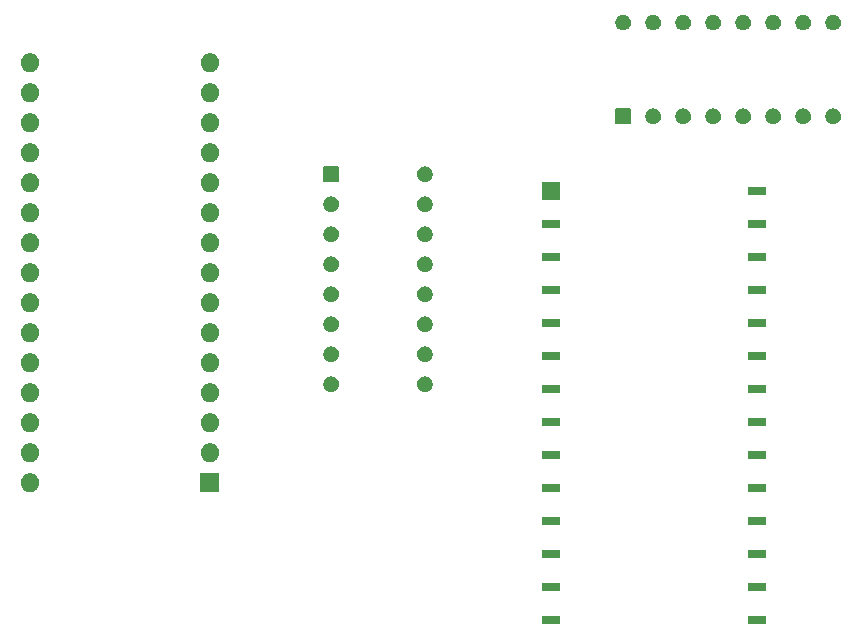
<source format=gts>
G04 #@! TF.GenerationSoftware,KiCad,Pcbnew,9.0.0*
G04 #@! TF.CreationDate,2025-03-04T20:42:06+02:00*
G04 #@! TF.ProjectId,EEPROMProgrammer,45455052-4f4d-4507-926f-6772616d6d65,rev?*
G04 #@! TF.SameCoordinates,Original*
G04 #@! TF.FileFunction,Soldermask,Top*
G04 #@! TF.FilePolarity,Negative*
%FSLAX46Y46*%
G04 Gerber Fmt 4.6, Leading zero omitted, Abs format (unit mm)*
G04 Created by KiCad (PCBNEW 9.0.0) date 2025-03-04 20:42:06*
%MOMM*%
%LPD*%
G01*
G04 APERTURE LIST*
G04 APERTURE END LIST*
G36*
X169662000Y-90863500D02*
G01*
X168138000Y-90863500D01*
X168138000Y-90228500D01*
X169662000Y-90228500D01*
X169662000Y-90863500D01*
G37*
G36*
X187162600Y-90863500D02*
G01*
X185638600Y-90863500D01*
X185638600Y-90228500D01*
X187162600Y-90228500D01*
X187162600Y-90863500D01*
G37*
G36*
X169662000Y-88069500D02*
G01*
X168138000Y-88069500D01*
X168138000Y-87434500D01*
X169662000Y-87434500D01*
X169662000Y-88069500D01*
G37*
G36*
X187162600Y-88069500D02*
G01*
X185638600Y-88069500D01*
X185638600Y-87434500D01*
X187162600Y-87434500D01*
X187162600Y-88069500D01*
G37*
G36*
X169662000Y-85275500D02*
G01*
X168138000Y-85275500D01*
X168138000Y-84640500D01*
X169662000Y-84640500D01*
X169662000Y-85275500D01*
G37*
G36*
X187162600Y-85275500D02*
G01*
X185638600Y-85275500D01*
X185638600Y-84640500D01*
X187162600Y-84640500D01*
X187162600Y-85275500D01*
G37*
G36*
X169662000Y-82481500D02*
G01*
X168138000Y-82481500D01*
X168138000Y-81846500D01*
X169662000Y-81846500D01*
X169662000Y-82481500D01*
G37*
G36*
X187162600Y-82481500D02*
G01*
X185638600Y-82481500D01*
X185638600Y-81846500D01*
X187162600Y-81846500D01*
X187162600Y-82481500D01*
G37*
G36*
X140840000Y-79720000D02*
G01*
X139240000Y-79720000D01*
X139240000Y-78120000D01*
X140840000Y-78120000D01*
X140840000Y-79720000D01*
G37*
G36*
X125032228Y-78154448D02*
G01*
X125177117Y-78214463D01*
X125307515Y-78301592D01*
X125418408Y-78412485D01*
X125505537Y-78542883D01*
X125565552Y-78687772D01*
X125596148Y-78841586D01*
X125596148Y-78998414D01*
X125565552Y-79152228D01*
X125505537Y-79297117D01*
X125418408Y-79427515D01*
X125307515Y-79538408D01*
X125177117Y-79625537D01*
X125032228Y-79685552D01*
X124878414Y-79716148D01*
X124721586Y-79716148D01*
X124567772Y-79685552D01*
X124422883Y-79625537D01*
X124292485Y-79538408D01*
X124181592Y-79427515D01*
X124094463Y-79297117D01*
X124034448Y-79152228D01*
X124003852Y-78998414D01*
X124003852Y-78841586D01*
X124034448Y-78687772D01*
X124094463Y-78542883D01*
X124181592Y-78412485D01*
X124292485Y-78301592D01*
X124422883Y-78214463D01*
X124567772Y-78154448D01*
X124721586Y-78123852D01*
X124878414Y-78123852D01*
X125032228Y-78154448D01*
G37*
G36*
X169662000Y-79687500D02*
G01*
X168138000Y-79687500D01*
X168138000Y-79052500D01*
X169662000Y-79052500D01*
X169662000Y-79687500D01*
G37*
G36*
X187162600Y-79687500D02*
G01*
X185638600Y-79687500D01*
X185638600Y-79052500D01*
X187162600Y-79052500D01*
X187162600Y-79687500D01*
G37*
G36*
X125032228Y-75614448D02*
G01*
X125177117Y-75674463D01*
X125307515Y-75761592D01*
X125418408Y-75872485D01*
X125505537Y-76002883D01*
X125565552Y-76147772D01*
X125596148Y-76301586D01*
X125596148Y-76458414D01*
X125565552Y-76612228D01*
X125505537Y-76757117D01*
X125418408Y-76887515D01*
X125307515Y-76998408D01*
X125177117Y-77085537D01*
X125032228Y-77145552D01*
X124878414Y-77176148D01*
X124721586Y-77176148D01*
X124567772Y-77145552D01*
X124422883Y-77085537D01*
X124292485Y-76998408D01*
X124181592Y-76887515D01*
X124094463Y-76757117D01*
X124034448Y-76612228D01*
X124003852Y-76458414D01*
X124003852Y-76301586D01*
X124034448Y-76147772D01*
X124094463Y-76002883D01*
X124181592Y-75872485D01*
X124292485Y-75761592D01*
X124422883Y-75674463D01*
X124567772Y-75614448D01*
X124721586Y-75583852D01*
X124878414Y-75583852D01*
X125032228Y-75614448D01*
G37*
G36*
X140272228Y-75614448D02*
G01*
X140417117Y-75674463D01*
X140547515Y-75761592D01*
X140658408Y-75872485D01*
X140745537Y-76002883D01*
X140805552Y-76147772D01*
X140836148Y-76301586D01*
X140836148Y-76458414D01*
X140805552Y-76612228D01*
X140745537Y-76757117D01*
X140658408Y-76887515D01*
X140547515Y-76998408D01*
X140417117Y-77085537D01*
X140272228Y-77145552D01*
X140118414Y-77176148D01*
X139961586Y-77176148D01*
X139807772Y-77145552D01*
X139662883Y-77085537D01*
X139532485Y-76998408D01*
X139421592Y-76887515D01*
X139334463Y-76757117D01*
X139274448Y-76612228D01*
X139243852Y-76458414D01*
X139243852Y-76301586D01*
X139274448Y-76147772D01*
X139334463Y-76002883D01*
X139421592Y-75872485D01*
X139532485Y-75761592D01*
X139662883Y-75674463D01*
X139807772Y-75614448D01*
X139961586Y-75583852D01*
X140118414Y-75583852D01*
X140272228Y-75614448D01*
G37*
G36*
X169662000Y-76893500D02*
G01*
X168138000Y-76893500D01*
X168138000Y-76258500D01*
X169662000Y-76258500D01*
X169662000Y-76893500D01*
G37*
G36*
X187162600Y-76893500D02*
G01*
X185638600Y-76893500D01*
X185638600Y-76258500D01*
X187162600Y-76258500D01*
X187162600Y-76893500D01*
G37*
G36*
X125032228Y-73074448D02*
G01*
X125177117Y-73134463D01*
X125307515Y-73221592D01*
X125418408Y-73332485D01*
X125505537Y-73462883D01*
X125565552Y-73607772D01*
X125596148Y-73761586D01*
X125596148Y-73918414D01*
X125565552Y-74072228D01*
X125505537Y-74217117D01*
X125418408Y-74347515D01*
X125307515Y-74458408D01*
X125177117Y-74545537D01*
X125032228Y-74605552D01*
X124878414Y-74636148D01*
X124721586Y-74636148D01*
X124567772Y-74605552D01*
X124422883Y-74545537D01*
X124292485Y-74458408D01*
X124181592Y-74347515D01*
X124094463Y-74217117D01*
X124034448Y-74072228D01*
X124003852Y-73918414D01*
X124003852Y-73761586D01*
X124034448Y-73607772D01*
X124094463Y-73462883D01*
X124181592Y-73332485D01*
X124292485Y-73221592D01*
X124422883Y-73134463D01*
X124567772Y-73074448D01*
X124721586Y-73043852D01*
X124878414Y-73043852D01*
X125032228Y-73074448D01*
G37*
G36*
X140272228Y-73074448D02*
G01*
X140417117Y-73134463D01*
X140547515Y-73221592D01*
X140658408Y-73332485D01*
X140745537Y-73462883D01*
X140805552Y-73607772D01*
X140836148Y-73761586D01*
X140836148Y-73918414D01*
X140805552Y-74072228D01*
X140745537Y-74217117D01*
X140658408Y-74347515D01*
X140547515Y-74458408D01*
X140417117Y-74545537D01*
X140272228Y-74605552D01*
X140118414Y-74636148D01*
X139961586Y-74636148D01*
X139807772Y-74605552D01*
X139662883Y-74545537D01*
X139532485Y-74458408D01*
X139421592Y-74347515D01*
X139334463Y-74217117D01*
X139274448Y-74072228D01*
X139243852Y-73918414D01*
X139243852Y-73761586D01*
X139274448Y-73607772D01*
X139334463Y-73462883D01*
X139421592Y-73332485D01*
X139532485Y-73221592D01*
X139662883Y-73134463D01*
X139807772Y-73074448D01*
X139961586Y-73043852D01*
X140118414Y-73043852D01*
X140272228Y-73074448D01*
G37*
G36*
X169662000Y-74099500D02*
G01*
X168138000Y-74099500D01*
X168138000Y-73464500D01*
X169662000Y-73464500D01*
X169662000Y-74099500D01*
G37*
G36*
X187162600Y-74099500D02*
G01*
X185638600Y-74099500D01*
X185638600Y-73464500D01*
X187162600Y-73464500D01*
X187162600Y-74099500D01*
G37*
G36*
X125032228Y-70534448D02*
G01*
X125177117Y-70594463D01*
X125307515Y-70681592D01*
X125418408Y-70792485D01*
X125505537Y-70922883D01*
X125565552Y-71067772D01*
X125596148Y-71221586D01*
X125596148Y-71378414D01*
X125565552Y-71532228D01*
X125505537Y-71677117D01*
X125418408Y-71807515D01*
X125307515Y-71918408D01*
X125177117Y-72005537D01*
X125032228Y-72065552D01*
X124878414Y-72096148D01*
X124721586Y-72096148D01*
X124567772Y-72065552D01*
X124422883Y-72005537D01*
X124292485Y-71918408D01*
X124181592Y-71807515D01*
X124094463Y-71677117D01*
X124034448Y-71532228D01*
X124003852Y-71378414D01*
X124003852Y-71221586D01*
X124034448Y-71067772D01*
X124094463Y-70922883D01*
X124181592Y-70792485D01*
X124292485Y-70681592D01*
X124422883Y-70594463D01*
X124567772Y-70534448D01*
X124721586Y-70503852D01*
X124878414Y-70503852D01*
X125032228Y-70534448D01*
G37*
G36*
X140272228Y-70534448D02*
G01*
X140417117Y-70594463D01*
X140547515Y-70681592D01*
X140658408Y-70792485D01*
X140745537Y-70922883D01*
X140805552Y-71067772D01*
X140836148Y-71221586D01*
X140836148Y-71378414D01*
X140805552Y-71532228D01*
X140745537Y-71677117D01*
X140658408Y-71807515D01*
X140547515Y-71918408D01*
X140417117Y-72005537D01*
X140272228Y-72065552D01*
X140118414Y-72096148D01*
X139961586Y-72096148D01*
X139807772Y-72065552D01*
X139662883Y-72005537D01*
X139532485Y-71918408D01*
X139421592Y-71807515D01*
X139334463Y-71677117D01*
X139274448Y-71532228D01*
X139243852Y-71378414D01*
X139243852Y-71221586D01*
X139274448Y-71067772D01*
X139334463Y-70922883D01*
X139421592Y-70792485D01*
X139532485Y-70681592D01*
X139662883Y-70594463D01*
X139807772Y-70534448D01*
X139961586Y-70503852D01*
X140118414Y-70503852D01*
X140272228Y-70534448D01*
G37*
G36*
X169662000Y-71305500D02*
G01*
X168138000Y-71305500D01*
X168138000Y-70670500D01*
X169662000Y-70670500D01*
X169662000Y-71305500D01*
G37*
G36*
X187162600Y-71305500D02*
G01*
X185638600Y-71305500D01*
X185638600Y-70670500D01*
X187162600Y-70670500D01*
X187162600Y-71305500D01*
G37*
G36*
X150493620Y-69941721D02*
G01*
X150614422Y-69991759D01*
X150723140Y-70064402D01*
X150815598Y-70156860D01*
X150888241Y-70265578D01*
X150938279Y-70386380D01*
X150963788Y-70514623D01*
X150963788Y-70645377D01*
X150938279Y-70773620D01*
X150888241Y-70894422D01*
X150815598Y-71003140D01*
X150723140Y-71095598D01*
X150614422Y-71168241D01*
X150493620Y-71218279D01*
X150365377Y-71243788D01*
X150234623Y-71243788D01*
X150106380Y-71218279D01*
X149985578Y-71168241D01*
X149876860Y-71095598D01*
X149784402Y-71003140D01*
X149711759Y-70894422D01*
X149661721Y-70773620D01*
X149636212Y-70645377D01*
X149636212Y-70514623D01*
X149661721Y-70386380D01*
X149711759Y-70265578D01*
X149784402Y-70156860D01*
X149876860Y-70064402D01*
X149985578Y-69991759D01*
X150106380Y-69941721D01*
X150234623Y-69916212D01*
X150365377Y-69916212D01*
X150493620Y-69941721D01*
G37*
G36*
X158433620Y-69941721D02*
G01*
X158554422Y-69991759D01*
X158663140Y-70064402D01*
X158755598Y-70156860D01*
X158828241Y-70265578D01*
X158878279Y-70386380D01*
X158903788Y-70514623D01*
X158903788Y-70645377D01*
X158878279Y-70773620D01*
X158828241Y-70894422D01*
X158755598Y-71003140D01*
X158663140Y-71095598D01*
X158554422Y-71168241D01*
X158433620Y-71218279D01*
X158305377Y-71243788D01*
X158174623Y-71243788D01*
X158046380Y-71218279D01*
X157925578Y-71168241D01*
X157816860Y-71095598D01*
X157724402Y-71003140D01*
X157651759Y-70894422D01*
X157601721Y-70773620D01*
X157576212Y-70645377D01*
X157576212Y-70514623D01*
X157601721Y-70386380D01*
X157651759Y-70265578D01*
X157724402Y-70156860D01*
X157816860Y-70064402D01*
X157925578Y-69991759D01*
X158046380Y-69941721D01*
X158174623Y-69916212D01*
X158305377Y-69916212D01*
X158433620Y-69941721D01*
G37*
G36*
X125032228Y-67994448D02*
G01*
X125177117Y-68054463D01*
X125307515Y-68141592D01*
X125418408Y-68252485D01*
X125505537Y-68382883D01*
X125565552Y-68527772D01*
X125596148Y-68681586D01*
X125596148Y-68838414D01*
X125565552Y-68992228D01*
X125505537Y-69137117D01*
X125418408Y-69267515D01*
X125307515Y-69378408D01*
X125177117Y-69465537D01*
X125032228Y-69525552D01*
X124878414Y-69556148D01*
X124721586Y-69556148D01*
X124567772Y-69525552D01*
X124422883Y-69465537D01*
X124292485Y-69378408D01*
X124181592Y-69267515D01*
X124094463Y-69137117D01*
X124034448Y-68992228D01*
X124003852Y-68838414D01*
X124003852Y-68681586D01*
X124034448Y-68527772D01*
X124094463Y-68382883D01*
X124181592Y-68252485D01*
X124292485Y-68141592D01*
X124422883Y-68054463D01*
X124567772Y-67994448D01*
X124721586Y-67963852D01*
X124878414Y-67963852D01*
X125032228Y-67994448D01*
G37*
G36*
X140272228Y-67994448D02*
G01*
X140417117Y-68054463D01*
X140547515Y-68141592D01*
X140658408Y-68252485D01*
X140745537Y-68382883D01*
X140805552Y-68527772D01*
X140836148Y-68681586D01*
X140836148Y-68838414D01*
X140805552Y-68992228D01*
X140745537Y-69137117D01*
X140658408Y-69267515D01*
X140547515Y-69378408D01*
X140417117Y-69465537D01*
X140272228Y-69525552D01*
X140118414Y-69556148D01*
X139961586Y-69556148D01*
X139807772Y-69525552D01*
X139662883Y-69465537D01*
X139532485Y-69378408D01*
X139421592Y-69267515D01*
X139334463Y-69137117D01*
X139274448Y-68992228D01*
X139243852Y-68838414D01*
X139243852Y-68681586D01*
X139274448Y-68527772D01*
X139334463Y-68382883D01*
X139421592Y-68252485D01*
X139532485Y-68141592D01*
X139662883Y-68054463D01*
X139807772Y-67994448D01*
X139961586Y-67963852D01*
X140118414Y-67963852D01*
X140272228Y-67994448D01*
G37*
G36*
X150493620Y-67401721D02*
G01*
X150614422Y-67451759D01*
X150723140Y-67524402D01*
X150815598Y-67616860D01*
X150888241Y-67725578D01*
X150938279Y-67846380D01*
X150963788Y-67974623D01*
X150963788Y-68105377D01*
X150938279Y-68233620D01*
X150888241Y-68354422D01*
X150815598Y-68463140D01*
X150723140Y-68555598D01*
X150614422Y-68628241D01*
X150493620Y-68678279D01*
X150365377Y-68703788D01*
X150234623Y-68703788D01*
X150106380Y-68678279D01*
X149985578Y-68628241D01*
X149876860Y-68555598D01*
X149784402Y-68463140D01*
X149711759Y-68354422D01*
X149661721Y-68233620D01*
X149636212Y-68105377D01*
X149636212Y-67974623D01*
X149661721Y-67846380D01*
X149711759Y-67725578D01*
X149784402Y-67616860D01*
X149876860Y-67524402D01*
X149985578Y-67451759D01*
X150106380Y-67401721D01*
X150234623Y-67376212D01*
X150365377Y-67376212D01*
X150493620Y-67401721D01*
G37*
G36*
X158433620Y-67401721D02*
G01*
X158554422Y-67451759D01*
X158663140Y-67524402D01*
X158755598Y-67616860D01*
X158828241Y-67725578D01*
X158878279Y-67846380D01*
X158903788Y-67974623D01*
X158903788Y-68105377D01*
X158878279Y-68233620D01*
X158828241Y-68354422D01*
X158755598Y-68463140D01*
X158663140Y-68555598D01*
X158554422Y-68628241D01*
X158433620Y-68678279D01*
X158305377Y-68703788D01*
X158174623Y-68703788D01*
X158046380Y-68678279D01*
X157925578Y-68628241D01*
X157816860Y-68555598D01*
X157724402Y-68463140D01*
X157651759Y-68354422D01*
X157601721Y-68233620D01*
X157576212Y-68105377D01*
X157576212Y-67974623D01*
X157601721Y-67846380D01*
X157651759Y-67725578D01*
X157724402Y-67616860D01*
X157816860Y-67524402D01*
X157925578Y-67451759D01*
X158046380Y-67401721D01*
X158174623Y-67376212D01*
X158305377Y-67376212D01*
X158433620Y-67401721D01*
G37*
G36*
X169662000Y-68511500D02*
G01*
X168138000Y-68511500D01*
X168138000Y-67876500D01*
X169662000Y-67876500D01*
X169662000Y-68511500D01*
G37*
G36*
X187162600Y-68511500D02*
G01*
X185638600Y-68511500D01*
X185638600Y-67876500D01*
X187162600Y-67876500D01*
X187162600Y-68511500D01*
G37*
G36*
X125032228Y-65454448D02*
G01*
X125177117Y-65514463D01*
X125307515Y-65601592D01*
X125418408Y-65712485D01*
X125505537Y-65842883D01*
X125565552Y-65987772D01*
X125596148Y-66141586D01*
X125596148Y-66298414D01*
X125565552Y-66452228D01*
X125505537Y-66597117D01*
X125418408Y-66727515D01*
X125307515Y-66838408D01*
X125177117Y-66925537D01*
X125032228Y-66985552D01*
X124878414Y-67016148D01*
X124721586Y-67016148D01*
X124567772Y-66985552D01*
X124422883Y-66925537D01*
X124292485Y-66838408D01*
X124181592Y-66727515D01*
X124094463Y-66597117D01*
X124034448Y-66452228D01*
X124003852Y-66298414D01*
X124003852Y-66141586D01*
X124034448Y-65987772D01*
X124094463Y-65842883D01*
X124181592Y-65712485D01*
X124292485Y-65601592D01*
X124422883Y-65514463D01*
X124567772Y-65454448D01*
X124721586Y-65423852D01*
X124878414Y-65423852D01*
X125032228Y-65454448D01*
G37*
G36*
X140272228Y-65454448D02*
G01*
X140417117Y-65514463D01*
X140547515Y-65601592D01*
X140658408Y-65712485D01*
X140745537Y-65842883D01*
X140805552Y-65987772D01*
X140836148Y-66141586D01*
X140836148Y-66298414D01*
X140805552Y-66452228D01*
X140745537Y-66597117D01*
X140658408Y-66727515D01*
X140547515Y-66838408D01*
X140417117Y-66925537D01*
X140272228Y-66985552D01*
X140118414Y-67016148D01*
X139961586Y-67016148D01*
X139807772Y-66985552D01*
X139662883Y-66925537D01*
X139532485Y-66838408D01*
X139421592Y-66727515D01*
X139334463Y-66597117D01*
X139274448Y-66452228D01*
X139243852Y-66298414D01*
X139243852Y-66141586D01*
X139274448Y-65987772D01*
X139334463Y-65842883D01*
X139421592Y-65712485D01*
X139532485Y-65601592D01*
X139662883Y-65514463D01*
X139807772Y-65454448D01*
X139961586Y-65423852D01*
X140118414Y-65423852D01*
X140272228Y-65454448D01*
G37*
G36*
X150493620Y-64861721D02*
G01*
X150614422Y-64911759D01*
X150723140Y-64984402D01*
X150815598Y-65076860D01*
X150888241Y-65185578D01*
X150938279Y-65306380D01*
X150963788Y-65434623D01*
X150963788Y-65565377D01*
X150938279Y-65693620D01*
X150888241Y-65814422D01*
X150815598Y-65923140D01*
X150723140Y-66015598D01*
X150614422Y-66088241D01*
X150493620Y-66138279D01*
X150365377Y-66163788D01*
X150234623Y-66163788D01*
X150106380Y-66138279D01*
X149985578Y-66088241D01*
X149876860Y-66015598D01*
X149784402Y-65923140D01*
X149711759Y-65814422D01*
X149661721Y-65693620D01*
X149636212Y-65565377D01*
X149636212Y-65434623D01*
X149661721Y-65306380D01*
X149711759Y-65185578D01*
X149784402Y-65076860D01*
X149876860Y-64984402D01*
X149985578Y-64911759D01*
X150106380Y-64861721D01*
X150234623Y-64836212D01*
X150365377Y-64836212D01*
X150493620Y-64861721D01*
G37*
G36*
X158433620Y-64861721D02*
G01*
X158554422Y-64911759D01*
X158663140Y-64984402D01*
X158755598Y-65076860D01*
X158828241Y-65185578D01*
X158878279Y-65306380D01*
X158903788Y-65434623D01*
X158903788Y-65565377D01*
X158878279Y-65693620D01*
X158828241Y-65814422D01*
X158755598Y-65923140D01*
X158663140Y-66015598D01*
X158554422Y-66088241D01*
X158433620Y-66138279D01*
X158305377Y-66163788D01*
X158174623Y-66163788D01*
X158046380Y-66138279D01*
X157925578Y-66088241D01*
X157816860Y-66015598D01*
X157724402Y-65923140D01*
X157651759Y-65814422D01*
X157601721Y-65693620D01*
X157576212Y-65565377D01*
X157576212Y-65434623D01*
X157601721Y-65306380D01*
X157651759Y-65185578D01*
X157724402Y-65076860D01*
X157816860Y-64984402D01*
X157925578Y-64911759D01*
X158046380Y-64861721D01*
X158174623Y-64836212D01*
X158305377Y-64836212D01*
X158433620Y-64861721D01*
G37*
G36*
X169662000Y-65717500D02*
G01*
X168138000Y-65717500D01*
X168138000Y-65082500D01*
X169662000Y-65082500D01*
X169662000Y-65717500D01*
G37*
G36*
X187162600Y-65717500D02*
G01*
X185638600Y-65717500D01*
X185638600Y-65082500D01*
X187162600Y-65082500D01*
X187162600Y-65717500D01*
G37*
G36*
X125032228Y-62914448D02*
G01*
X125177117Y-62974463D01*
X125307515Y-63061592D01*
X125418408Y-63172485D01*
X125505537Y-63302883D01*
X125565552Y-63447772D01*
X125596148Y-63601586D01*
X125596148Y-63758414D01*
X125565552Y-63912228D01*
X125505537Y-64057117D01*
X125418408Y-64187515D01*
X125307515Y-64298408D01*
X125177117Y-64385537D01*
X125032228Y-64445552D01*
X124878414Y-64476148D01*
X124721586Y-64476148D01*
X124567772Y-64445552D01*
X124422883Y-64385537D01*
X124292485Y-64298408D01*
X124181592Y-64187515D01*
X124094463Y-64057117D01*
X124034448Y-63912228D01*
X124003852Y-63758414D01*
X124003852Y-63601586D01*
X124034448Y-63447772D01*
X124094463Y-63302883D01*
X124181592Y-63172485D01*
X124292485Y-63061592D01*
X124422883Y-62974463D01*
X124567772Y-62914448D01*
X124721586Y-62883852D01*
X124878414Y-62883852D01*
X125032228Y-62914448D01*
G37*
G36*
X140272228Y-62914448D02*
G01*
X140417117Y-62974463D01*
X140547515Y-63061592D01*
X140658408Y-63172485D01*
X140745537Y-63302883D01*
X140805552Y-63447772D01*
X140836148Y-63601586D01*
X140836148Y-63758414D01*
X140805552Y-63912228D01*
X140745537Y-64057117D01*
X140658408Y-64187515D01*
X140547515Y-64298408D01*
X140417117Y-64385537D01*
X140272228Y-64445552D01*
X140118414Y-64476148D01*
X139961586Y-64476148D01*
X139807772Y-64445552D01*
X139662883Y-64385537D01*
X139532485Y-64298408D01*
X139421592Y-64187515D01*
X139334463Y-64057117D01*
X139274448Y-63912228D01*
X139243852Y-63758414D01*
X139243852Y-63601586D01*
X139274448Y-63447772D01*
X139334463Y-63302883D01*
X139421592Y-63172485D01*
X139532485Y-63061592D01*
X139662883Y-62974463D01*
X139807772Y-62914448D01*
X139961586Y-62883852D01*
X140118414Y-62883852D01*
X140272228Y-62914448D01*
G37*
G36*
X150493620Y-62321721D02*
G01*
X150614422Y-62371759D01*
X150723140Y-62444402D01*
X150815598Y-62536860D01*
X150888241Y-62645578D01*
X150938279Y-62766380D01*
X150963788Y-62894623D01*
X150963788Y-63025377D01*
X150938279Y-63153620D01*
X150888241Y-63274422D01*
X150815598Y-63383140D01*
X150723140Y-63475598D01*
X150614422Y-63548241D01*
X150493620Y-63598279D01*
X150365377Y-63623788D01*
X150234623Y-63623788D01*
X150106380Y-63598279D01*
X149985578Y-63548241D01*
X149876860Y-63475598D01*
X149784402Y-63383140D01*
X149711759Y-63274422D01*
X149661721Y-63153620D01*
X149636212Y-63025377D01*
X149636212Y-62894623D01*
X149661721Y-62766380D01*
X149711759Y-62645578D01*
X149784402Y-62536860D01*
X149876860Y-62444402D01*
X149985578Y-62371759D01*
X150106380Y-62321721D01*
X150234623Y-62296212D01*
X150365377Y-62296212D01*
X150493620Y-62321721D01*
G37*
G36*
X158433620Y-62321721D02*
G01*
X158554422Y-62371759D01*
X158663140Y-62444402D01*
X158755598Y-62536860D01*
X158828241Y-62645578D01*
X158878279Y-62766380D01*
X158903788Y-62894623D01*
X158903788Y-63025377D01*
X158878279Y-63153620D01*
X158828241Y-63274422D01*
X158755598Y-63383140D01*
X158663140Y-63475598D01*
X158554422Y-63548241D01*
X158433620Y-63598279D01*
X158305377Y-63623788D01*
X158174623Y-63623788D01*
X158046380Y-63598279D01*
X157925578Y-63548241D01*
X157816860Y-63475598D01*
X157724402Y-63383140D01*
X157651759Y-63274422D01*
X157601721Y-63153620D01*
X157576212Y-63025377D01*
X157576212Y-62894623D01*
X157601721Y-62766380D01*
X157651759Y-62645578D01*
X157724402Y-62536860D01*
X157816860Y-62444402D01*
X157925578Y-62371759D01*
X158046380Y-62321721D01*
X158174623Y-62296212D01*
X158305377Y-62296212D01*
X158433620Y-62321721D01*
G37*
G36*
X169662000Y-62923500D02*
G01*
X168138000Y-62923500D01*
X168138000Y-62288500D01*
X169662000Y-62288500D01*
X169662000Y-62923500D01*
G37*
G36*
X187162600Y-62923500D02*
G01*
X185638600Y-62923500D01*
X185638600Y-62288500D01*
X187162600Y-62288500D01*
X187162600Y-62923500D01*
G37*
G36*
X125032228Y-60374448D02*
G01*
X125177117Y-60434463D01*
X125307515Y-60521592D01*
X125418408Y-60632485D01*
X125505537Y-60762883D01*
X125565552Y-60907772D01*
X125596148Y-61061586D01*
X125596148Y-61218414D01*
X125565552Y-61372228D01*
X125505537Y-61517117D01*
X125418408Y-61647515D01*
X125307515Y-61758408D01*
X125177117Y-61845537D01*
X125032228Y-61905552D01*
X124878414Y-61936148D01*
X124721586Y-61936148D01*
X124567772Y-61905552D01*
X124422883Y-61845537D01*
X124292485Y-61758408D01*
X124181592Y-61647515D01*
X124094463Y-61517117D01*
X124034448Y-61372228D01*
X124003852Y-61218414D01*
X124003852Y-61061586D01*
X124034448Y-60907772D01*
X124094463Y-60762883D01*
X124181592Y-60632485D01*
X124292485Y-60521592D01*
X124422883Y-60434463D01*
X124567772Y-60374448D01*
X124721586Y-60343852D01*
X124878414Y-60343852D01*
X125032228Y-60374448D01*
G37*
G36*
X140272228Y-60374448D02*
G01*
X140417117Y-60434463D01*
X140547515Y-60521592D01*
X140658408Y-60632485D01*
X140745537Y-60762883D01*
X140805552Y-60907772D01*
X140836148Y-61061586D01*
X140836148Y-61218414D01*
X140805552Y-61372228D01*
X140745537Y-61517117D01*
X140658408Y-61647515D01*
X140547515Y-61758408D01*
X140417117Y-61845537D01*
X140272228Y-61905552D01*
X140118414Y-61936148D01*
X139961586Y-61936148D01*
X139807772Y-61905552D01*
X139662883Y-61845537D01*
X139532485Y-61758408D01*
X139421592Y-61647515D01*
X139334463Y-61517117D01*
X139274448Y-61372228D01*
X139243852Y-61218414D01*
X139243852Y-61061586D01*
X139274448Y-60907772D01*
X139334463Y-60762883D01*
X139421592Y-60632485D01*
X139532485Y-60521592D01*
X139662883Y-60434463D01*
X139807772Y-60374448D01*
X139961586Y-60343852D01*
X140118414Y-60343852D01*
X140272228Y-60374448D01*
G37*
G36*
X150493620Y-59781721D02*
G01*
X150614422Y-59831759D01*
X150723140Y-59904402D01*
X150815598Y-59996860D01*
X150888241Y-60105578D01*
X150938279Y-60226380D01*
X150963788Y-60354623D01*
X150963788Y-60485377D01*
X150938279Y-60613620D01*
X150888241Y-60734422D01*
X150815598Y-60843140D01*
X150723140Y-60935598D01*
X150614422Y-61008241D01*
X150493620Y-61058279D01*
X150365377Y-61083788D01*
X150234623Y-61083788D01*
X150106380Y-61058279D01*
X149985578Y-61008241D01*
X149876860Y-60935598D01*
X149784402Y-60843140D01*
X149711759Y-60734422D01*
X149661721Y-60613620D01*
X149636212Y-60485377D01*
X149636212Y-60354623D01*
X149661721Y-60226380D01*
X149711759Y-60105578D01*
X149784402Y-59996860D01*
X149876860Y-59904402D01*
X149985578Y-59831759D01*
X150106380Y-59781721D01*
X150234623Y-59756212D01*
X150365377Y-59756212D01*
X150493620Y-59781721D01*
G37*
G36*
X158433620Y-59781721D02*
G01*
X158554422Y-59831759D01*
X158663140Y-59904402D01*
X158755598Y-59996860D01*
X158828241Y-60105578D01*
X158878279Y-60226380D01*
X158903788Y-60354623D01*
X158903788Y-60485377D01*
X158878279Y-60613620D01*
X158828241Y-60734422D01*
X158755598Y-60843140D01*
X158663140Y-60935598D01*
X158554422Y-61008241D01*
X158433620Y-61058279D01*
X158305377Y-61083788D01*
X158174623Y-61083788D01*
X158046380Y-61058279D01*
X157925578Y-61008241D01*
X157816860Y-60935598D01*
X157724402Y-60843140D01*
X157651759Y-60734422D01*
X157601721Y-60613620D01*
X157576212Y-60485377D01*
X157576212Y-60354623D01*
X157601721Y-60226380D01*
X157651759Y-60105578D01*
X157724402Y-59996860D01*
X157816860Y-59904402D01*
X157925578Y-59831759D01*
X158046380Y-59781721D01*
X158174623Y-59756212D01*
X158305377Y-59756212D01*
X158433620Y-59781721D01*
G37*
G36*
X169662000Y-60129500D02*
G01*
X168138000Y-60129500D01*
X168138000Y-59494500D01*
X169662000Y-59494500D01*
X169662000Y-60129500D01*
G37*
G36*
X187162600Y-60129500D02*
G01*
X185638600Y-60129500D01*
X185638600Y-59494500D01*
X187162600Y-59494500D01*
X187162600Y-60129500D01*
G37*
G36*
X125032228Y-57834448D02*
G01*
X125177117Y-57894463D01*
X125307515Y-57981592D01*
X125418408Y-58092485D01*
X125505537Y-58222883D01*
X125565552Y-58367772D01*
X125596148Y-58521586D01*
X125596148Y-58678414D01*
X125565552Y-58832228D01*
X125505537Y-58977117D01*
X125418408Y-59107515D01*
X125307515Y-59218408D01*
X125177117Y-59305537D01*
X125032228Y-59365552D01*
X124878414Y-59396148D01*
X124721586Y-59396148D01*
X124567772Y-59365552D01*
X124422883Y-59305537D01*
X124292485Y-59218408D01*
X124181592Y-59107515D01*
X124094463Y-58977117D01*
X124034448Y-58832228D01*
X124003852Y-58678414D01*
X124003852Y-58521586D01*
X124034448Y-58367772D01*
X124094463Y-58222883D01*
X124181592Y-58092485D01*
X124292485Y-57981592D01*
X124422883Y-57894463D01*
X124567772Y-57834448D01*
X124721586Y-57803852D01*
X124878414Y-57803852D01*
X125032228Y-57834448D01*
G37*
G36*
X140272228Y-57834448D02*
G01*
X140417117Y-57894463D01*
X140547515Y-57981592D01*
X140658408Y-58092485D01*
X140745537Y-58222883D01*
X140805552Y-58367772D01*
X140836148Y-58521586D01*
X140836148Y-58678414D01*
X140805552Y-58832228D01*
X140745537Y-58977117D01*
X140658408Y-59107515D01*
X140547515Y-59218408D01*
X140417117Y-59305537D01*
X140272228Y-59365552D01*
X140118414Y-59396148D01*
X139961586Y-59396148D01*
X139807772Y-59365552D01*
X139662883Y-59305537D01*
X139532485Y-59218408D01*
X139421592Y-59107515D01*
X139334463Y-58977117D01*
X139274448Y-58832228D01*
X139243852Y-58678414D01*
X139243852Y-58521586D01*
X139274448Y-58367772D01*
X139334463Y-58222883D01*
X139421592Y-58092485D01*
X139532485Y-57981592D01*
X139662883Y-57894463D01*
X139807772Y-57834448D01*
X139961586Y-57803852D01*
X140118414Y-57803852D01*
X140272228Y-57834448D01*
G37*
G36*
X150493620Y-57241721D02*
G01*
X150614422Y-57291759D01*
X150723140Y-57364402D01*
X150815598Y-57456860D01*
X150888241Y-57565578D01*
X150938279Y-57686380D01*
X150963788Y-57814623D01*
X150963788Y-57945377D01*
X150938279Y-58073620D01*
X150888241Y-58194422D01*
X150815598Y-58303140D01*
X150723140Y-58395598D01*
X150614422Y-58468241D01*
X150493620Y-58518279D01*
X150365377Y-58543788D01*
X150234623Y-58543788D01*
X150106380Y-58518279D01*
X149985578Y-58468241D01*
X149876860Y-58395598D01*
X149784402Y-58303140D01*
X149711759Y-58194422D01*
X149661721Y-58073620D01*
X149636212Y-57945377D01*
X149636212Y-57814623D01*
X149661721Y-57686380D01*
X149711759Y-57565578D01*
X149784402Y-57456860D01*
X149876860Y-57364402D01*
X149985578Y-57291759D01*
X150106380Y-57241721D01*
X150234623Y-57216212D01*
X150365377Y-57216212D01*
X150493620Y-57241721D01*
G37*
G36*
X158433620Y-57241721D02*
G01*
X158554422Y-57291759D01*
X158663140Y-57364402D01*
X158755598Y-57456860D01*
X158828241Y-57565578D01*
X158878279Y-57686380D01*
X158903788Y-57814623D01*
X158903788Y-57945377D01*
X158878279Y-58073620D01*
X158828241Y-58194422D01*
X158755598Y-58303140D01*
X158663140Y-58395598D01*
X158554422Y-58468241D01*
X158433620Y-58518279D01*
X158305377Y-58543788D01*
X158174623Y-58543788D01*
X158046380Y-58518279D01*
X157925578Y-58468241D01*
X157816860Y-58395598D01*
X157724402Y-58303140D01*
X157651759Y-58194422D01*
X157601721Y-58073620D01*
X157576212Y-57945377D01*
X157576212Y-57814623D01*
X157601721Y-57686380D01*
X157651759Y-57565578D01*
X157724402Y-57456860D01*
X157816860Y-57364402D01*
X157925578Y-57291759D01*
X158046380Y-57241721D01*
X158174623Y-57216212D01*
X158305377Y-57216212D01*
X158433620Y-57241721D01*
G37*
G36*
X169662000Y-57335500D02*
G01*
X168138000Y-57335500D01*
X168138000Y-56700500D01*
X169662000Y-56700500D01*
X169662000Y-57335500D01*
G37*
G36*
X187162600Y-57335500D02*
G01*
X185638600Y-57335500D01*
X185638600Y-56700500D01*
X187162600Y-56700500D01*
X187162600Y-57335500D01*
G37*
G36*
X125032228Y-55294448D02*
G01*
X125177117Y-55354463D01*
X125307515Y-55441592D01*
X125418408Y-55552485D01*
X125505537Y-55682883D01*
X125565552Y-55827772D01*
X125596148Y-55981586D01*
X125596148Y-56138414D01*
X125565552Y-56292228D01*
X125505537Y-56437117D01*
X125418408Y-56567515D01*
X125307515Y-56678408D01*
X125177117Y-56765537D01*
X125032228Y-56825552D01*
X124878414Y-56856148D01*
X124721586Y-56856148D01*
X124567772Y-56825552D01*
X124422883Y-56765537D01*
X124292485Y-56678408D01*
X124181592Y-56567515D01*
X124094463Y-56437117D01*
X124034448Y-56292228D01*
X124003852Y-56138414D01*
X124003852Y-55981586D01*
X124034448Y-55827772D01*
X124094463Y-55682883D01*
X124181592Y-55552485D01*
X124292485Y-55441592D01*
X124422883Y-55354463D01*
X124567772Y-55294448D01*
X124721586Y-55263852D01*
X124878414Y-55263852D01*
X125032228Y-55294448D01*
G37*
G36*
X140272228Y-55294448D02*
G01*
X140417117Y-55354463D01*
X140547515Y-55441592D01*
X140658408Y-55552485D01*
X140745537Y-55682883D01*
X140805552Y-55827772D01*
X140836148Y-55981586D01*
X140836148Y-56138414D01*
X140805552Y-56292228D01*
X140745537Y-56437117D01*
X140658408Y-56567515D01*
X140547515Y-56678408D01*
X140417117Y-56765537D01*
X140272228Y-56825552D01*
X140118414Y-56856148D01*
X139961586Y-56856148D01*
X139807772Y-56825552D01*
X139662883Y-56765537D01*
X139532485Y-56678408D01*
X139421592Y-56567515D01*
X139334463Y-56437117D01*
X139274448Y-56292228D01*
X139243852Y-56138414D01*
X139243852Y-55981586D01*
X139274448Y-55827772D01*
X139334463Y-55682883D01*
X139421592Y-55552485D01*
X139532485Y-55441592D01*
X139662883Y-55354463D01*
X139807772Y-55294448D01*
X139961586Y-55263852D01*
X140118414Y-55263852D01*
X140272228Y-55294448D01*
G37*
G36*
X150493620Y-54701721D02*
G01*
X150614422Y-54751759D01*
X150723140Y-54824402D01*
X150815598Y-54916860D01*
X150888241Y-55025578D01*
X150938279Y-55146380D01*
X150963788Y-55274623D01*
X150963788Y-55405377D01*
X150938279Y-55533620D01*
X150888241Y-55654422D01*
X150815598Y-55763140D01*
X150723140Y-55855598D01*
X150614422Y-55928241D01*
X150493620Y-55978279D01*
X150365377Y-56003788D01*
X150234623Y-56003788D01*
X150106380Y-55978279D01*
X149985578Y-55928241D01*
X149876860Y-55855598D01*
X149784402Y-55763140D01*
X149711759Y-55654422D01*
X149661721Y-55533620D01*
X149636212Y-55405377D01*
X149636212Y-55274623D01*
X149661721Y-55146380D01*
X149711759Y-55025578D01*
X149784402Y-54916860D01*
X149876860Y-54824402D01*
X149985578Y-54751759D01*
X150106380Y-54701721D01*
X150234623Y-54676212D01*
X150365377Y-54676212D01*
X150493620Y-54701721D01*
G37*
G36*
X158433620Y-54701721D02*
G01*
X158554422Y-54751759D01*
X158663140Y-54824402D01*
X158755598Y-54916860D01*
X158828241Y-55025578D01*
X158878279Y-55146380D01*
X158903788Y-55274623D01*
X158903788Y-55405377D01*
X158878279Y-55533620D01*
X158828241Y-55654422D01*
X158755598Y-55763140D01*
X158663140Y-55855598D01*
X158554422Y-55928241D01*
X158433620Y-55978279D01*
X158305377Y-56003788D01*
X158174623Y-56003788D01*
X158046380Y-55978279D01*
X157925578Y-55928241D01*
X157816860Y-55855598D01*
X157724402Y-55763140D01*
X157651759Y-55654422D01*
X157601721Y-55533620D01*
X157576212Y-55405377D01*
X157576212Y-55274623D01*
X157601721Y-55146380D01*
X157651759Y-55025578D01*
X157724402Y-54916860D01*
X157816860Y-54824402D01*
X157925578Y-54751759D01*
X158046380Y-54701721D01*
X158174623Y-54676212D01*
X158305377Y-54676212D01*
X158433620Y-54701721D01*
G37*
G36*
X169662000Y-54986000D02*
G01*
X168138000Y-54986000D01*
X168138000Y-53462000D01*
X169662000Y-53462000D01*
X169662000Y-54986000D01*
G37*
G36*
X187162600Y-54541500D02*
G01*
X185638600Y-54541500D01*
X185638600Y-53906500D01*
X187162600Y-53906500D01*
X187162600Y-54541500D01*
G37*
G36*
X125032228Y-52754448D02*
G01*
X125177117Y-52814463D01*
X125307515Y-52901592D01*
X125418408Y-53012485D01*
X125505537Y-53142883D01*
X125565552Y-53287772D01*
X125596148Y-53441586D01*
X125596148Y-53598414D01*
X125565552Y-53752228D01*
X125505537Y-53897117D01*
X125418408Y-54027515D01*
X125307515Y-54138408D01*
X125177117Y-54225537D01*
X125032228Y-54285552D01*
X124878414Y-54316148D01*
X124721586Y-54316148D01*
X124567772Y-54285552D01*
X124422883Y-54225537D01*
X124292485Y-54138408D01*
X124181592Y-54027515D01*
X124094463Y-53897117D01*
X124034448Y-53752228D01*
X124003852Y-53598414D01*
X124003852Y-53441586D01*
X124034448Y-53287772D01*
X124094463Y-53142883D01*
X124181592Y-53012485D01*
X124292485Y-52901592D01*
X124422883Y-52814463D01*
X124567772Y-52754448D01*
X124721586Y-52723852D01*
X124878414Y-52723852D01*
X125032228Y-52754448D01*
G37*
G36*
X140272228Y-52754448D02*
G01*
X140417117Y-52814463D01*
X140547515Y-52901592D01*
X140658408Y-53012485D01*
X140745537Y-53142883D01*
X140805552Y-53287772D01*
X140836148Y-53441586D01*
X140836148Y-53598414D01*
X140805552Y-53752228D01*
X140745537Y-53897117D01*
X140658408Y-54027515D01*
X140547515Y-54138408D01*
X140417117Y-54225537D01*
X140272228Y-54285552D01*
X140118414Y-54316148D01*
X139961586Y-54316148D01*
X139807772Y-54285552D01*
X139662883Y-54225537D01*
X139532485Y-54138408D01*
X139421592Y-54027515D01*
X139334463Y-53897117D01*
X139274448Y-53752228D01*
X139243852Y-53598414D01*
X139243852Y-53441586D01*
X139274448Y-53287772D01*
X139334463Y-53142883D01*
X139421592Y-53012485D01*
X139532485Y-52901592D01*
X139662883Y-52814463D01*
X139807772Y-52754448D01*
X139961586Y-52723852D01*
X140118414Y-52723852D01*
X140272228Y-52754448D01*
G37*
G36*
X150904034Y-52140764D02*
G01*
X150937125Y-52162875D01*
X150959236Y-52195966D01*
X150967000Y-52235000D01*
X150967000Y-53365000D01*
X150959236Y-53404034D01*
X150937125Y-53437125D01*
X150904034Y-53459236D01*
X150865000Y-53467000D01*
X149735000Y-53467000D01*
X149695966Y-53459236D01*
X149662875Y-53437125D01*
X149640764Y-53404034D01*
X149633000Y-53365000D01*
X149633000Y-52235000D01*
X149640764Y-52195966D01*
X149662875Y-52162875D01*
X149695966Y-52140764D01*
X149735000Y-52133000D01*
X150865000Y-52133000D01*
X150904034Y-52140764D01*
G37*
G36*
X158433620Y-52161721D02*
G01*
X158554422Y-52211759D01*
X158663140Y-52284402D01*
X158755598Y-52376860D01*
X158828241Y-52485578D01*
X158878279Y-52606380D01*
X158903788Y-52734623D01*
X158903788Y-52865377D01*
X158878279Y-52993620D01*
X158828241Y-53114422D01*
X158755598Y-53223140D01*
X158663140Y-53315598D01*
X158554422Y-53388241D01*
X158433620Y-53438279D01*
X158305377Y-53463788D01*
X158174623Y-53463788D01*
X158046380Y-53438279D01*
X157925578Y-53388241D01*
X157816860Y-53315598D01*
X157724402Y-53223140D01*
X157651759Y-53114422D01*
X157601721Y-52993620D01*
X157576212Y-52865377D01*
X157576212Y-52734623D01*
X157601721Y-52606380D01*
X157651759Y-52485578D01*
X157724402Y-52376860D01*
X157816860Y-52284402D01*
X157925578Y-52211759D01*
X158046380Y-52161721D01*
X158174623Y-52136212D01*
X158305377Y-52136212D01*
X158433620Y-52161721D01*
G37*
G36*
X125032228Y-50214448D02*
G01*
X125177117Y-50274463D01*
X125307515Y-50361592D01*
X125418408Y-50472485D01*
X125505537Y-50602883D01*
X125565552Y-50747772D01*
X125596148Y-50901586D01*
X125596148Y-51058414D01*
X125565552Y-51212228D01*
X125505537Y-51357117D01*
X125418408Y-51487515D01*
X125307515Y-51598408D01*
X125177117Y-51685537D01*
X125032228Y-51745552D01*
X124878414Y-51776148D01*
X124721586Y-51776148D01*
X124567772Y-51745552D01*
X124422883Y-51685537D01*
X124292485Y-51598408D01*
X124181592Y-51487515D01*
X124094463Y-51357117D01*
X124034448Y-51212228D01*
X124003852Y-51058414D01*
X124003852Y-50901586D01*
X124034448Y-50747772D01*
X124094463Y-50602883D01*
X124181592Y-50472485D01*
X124292485Y-50361592D01*
X124422883Y-50274463D01*
X124567772Y-50214448D01*
X124721586Y-50183852D01*
X124878414Y-50183852D01*
X125032228Y-50214448D01*
G37*
G36*
X140272228Y-50214448D02*
G01*
X140417117Y-50274463D01*
X140547515Y-50361592D01*
X140658408Y-50472485D01*
X140745537Y-50602883D01*
X140805552Y-50747772D01*
X140836148Y-50901586D01*
X140836148Y-51058414D01*
X140805552Y-51212228D01*
X140745537Y-51357117D01*
X140658408Y-51487515D01*
X140547515Y-51598408D01*
X140417117Y-51685537D01*
X140272228Y-51745552D01*
X140118414Y-51776148D01*
X139961586Y-51776148D01*
X139807772Y-51745552D01*
X139662883Y-51685537D01*
X139532485Y-51598408D01*
X139421592Y-51487515D01*
X139334463Y-51357117D01*
X139274448Y-51212228D01*
X139243852Y-51058414D01*
X139243852Y-50901586D01*
X139274448Y-50747772D01*
X139334463Y-50602883D01*
X139421592Y-50472485D01*
X139532485Y-50361592D01*
X139662883Y-50274463D01*
X139807772Y-50214448D01*
X139961586Y-50183852D01*
X140118414Y-50183852D01*
X140272228Y-50214448D01*
G37*
G36*
X125032228Y-47674448D02*
G01*
X125177117Y-47734463D01*
X125307515Y-47821592D01*
X125418408Y-47932485D01*
X125505537Y-48062883D01*
X125565552Y-48207772D01*
X125596148Y-48361586D01*
X125596148Y-48518414D01*
X125565552Y-48672228D01*
X125505537Y-48817117D01*
X125418408Y-48947515D01*
X125307515Y-49058408D01*
X125177117Y-49145537D01*
X125032228Y-49205552D01*
X124878414Y-49236148D01*
X124721586Y-49236148D01*
X124567772Y-49205552D01*
X124422883Y-49145537D01*
X124292485Y-49058408D01*
X124181592Y-48947515D01*
X124094463Y-48817117D01*
X124034448Y-48672228D01*
X124003852Y-48518414D01*
X124003852Y-48361586D01*
X124034448Y-48207772D01*
X124094463Y-48062883D01*
X124181592Y-47932485D01*
X124292485Y-47821592D01*
X124422883Y-47734463D01*
X124567772Y-47674448D01*
X124721586Y-47643852D01*
X124878414Y-47643852D01*
X125032228Y-47674448D01*
G37*
G36*
X140272228Y-47674448D02*
G01*
X140417117Y-47734463D01*
X140547515Y-47821592D01*
X140658408Y-47932485D01*
X140745537Y-48062883D01*
X140805552Y-48207772D01*
X140836148Y-48361586D01*
X140836148Y-48518414D01*
X140805552Y-48672228D01*
X140745537Y-48817117D01*
X140658408Y-48947515D01*
X140547515Y-49058408D01*
X140417117Y-49145537D01*
X140272228Y-49205552D01*
X140118414Y-49236148D01*
X139961586Y-49236148D01*
X139807772Y-49205552D01*
X139662883Y-49145537D01*
X139532485Y-49058408D01*
X139421592Y-48947515D01*
X139334463Y-48817117D01*
X139274448Y-48672228D01*
X139243852Y-48518414D01*
X139243852Y-48361586D01*
X139274448Y-48207772D01*
X139334463Y-48062883D01*
X139421592Y-47932485D01*
X139532485Y-47821592D01*
X139662883Y-47734463D01*
X139807772Y-47674448D01*
X139961586Y-47643852D01*
X140118414Y-47643852D01*
X140272228Y-47674448D01*
G37*
G36*
X175624034Y-47240764D02*
G01*
X175657125Y-47262875D01*
X175679236Y-47295966D01*
X175687000Y-47335000D01*
X175687000Y-48465000D01*
X175679236Y-48504034D01*
X175657125Y-48537125D01*
X175624034Y-48559236D01*
X175585000Y-48567000D01*
X174455000Y-48567000D01*
X174415966Y-48559236D01*
X174382875Y-48537125D01*
X174360764Y-48504034D01*
X174353000Y-48465000D01*
X174353000Y-47335000D01*
X174360764Y-47295966D01*
X174382875Y-47262875D01*
X174415966Y-47240764D01*
X174455000Y-47233000D01*
X175585000Y-47233000D01*
X175624034Y-47240764D01*
G37*
G36*
X177753620Y-47261721D02*
G01*
X177874422Y-47311759D01*
X177983140Y-47384402D01*
X178075598Y-47476860D01*
X178148241Y-47585578D01*
X178198279Y-47706380D01*
X178223788Y-47834623D01*
X178223788Y-47965377D01*
X178198279Y-48093620D01*
X178148241Y-48214422D01*
X178075598Y-48323140D01*
X177983140Y-48415598D01*
X177874422Y-48488241D01*
X177753620Y-48538279D01*
X177625377Y-48563788D01*
X177494623Y-48563788D01*
X177366380Y-48538279D01*
X177245578Y-48488241D01*
X177136860Y-48415598D01*
X177044402Y-48323140D01*
X176971759Y-48214422D01*
X176921721Y-48093620D01*
X176896212Y-47965377D01*
X176896212Y-47834623D01*
X176921721Y-47706380D01*
X176971759Y-47585578D01*
X177044402Y-47476860D01*
X177136860Y-47384402D01*
X177245578Y-47311759D01*
X177366380Y-47261721D01*
X177494623Y-47236212D01*
X177625377Y-47236212D01*
X177753620Y-47261721D01*
G37*
G36*
X180293620Y-47261721D02*
G01*
X180414422Y-47311759D01*
X180523140Y-47384402D01*
X180615598Y-47476860D01*
X180688241Y-47585578D01*
X180738279Y-47706380D01*
X180763788Y-47834623D01*
X180763788Y-47965377D01*
X180738279Y-48093620D01*
X180688241Y-48214422D01*
X180615598Y-48323140D01*
X180523140Y-48415598D01*
X180414422Y-48488241D01*
X180293620Y-48538279D01*
X180165377Y-48563788D01*
X180034623Y-48563788D01*
X179906380Y-48538279D01*
X179785578Y-48488241D01*
X179676860Y-48415598D01*
X179584402Y-48323140D01*
X179511759Y-48214422D01*
X179461721Y-48093620D01*
X179436212Y-47965377D01*
X179436212Y-47834623D01*
X179461721Y-47706380D01*
X179511759Y-47585578D01*
X179584402Y-47476860D01*
X179676860Y-47384402D01*
X179785578Y-47311759D01*
X179906380Y-47261721D01*
X180034623Y-47236212D01*
X180165377Y-47236212D01*
X180293620Y-47261721D01*
G37*
G36*
X182833620Y-47261721D02*
G01*
X182954422Y-47311759D01*
X183063140Y-47384402D01*
X183155598Y-47476860D01*
X183228241Y-47585578D01*
X183278279Y-47706380D01*
X183303788Y-47834623D01*
X183303788Y-47965377D01*
X183278279Y-48093620D01*
X183228241Y-48214422D01*
X183155598Y-48323140D01*
X183063140Y-48415598D01*
X182954422Y-48488241D01*
X182833620Y-48538279D01*
X182705377Y-48563788D01*
X182574623Y-48563788D01*
X182446380Y-48538279D01*
X182325578Y-48488241D01*
X182216860Y-48415598D01*
X182124402Y-48323140D01*
X182051759Y-48214422D01*
X182001721Y-48093620D01*
X181976212Y-47965377D01*
X181976212Y-47834623D01*
X182001721Y-47706380D01*
X182051759Y-47585578D01*
X182124402Y-47476860D01*
X182216860Y-47384402D01*
X182325578Y-47311759D01*
X182446380Y-47261721D01*
X182574623Y-47236212D01*
X182705377Y-47236212D01*
X182833620Y-47261721D01*
G37*
G36*
X185373620Y-47261721D02*
G01*
X185494422Y-47311759D01*
X185603140Y-47384402D01*
X185695598Y-47476860D01*
X185768241Y-47585578D01*
X185818279Y-47706380D01*
X185843788Y-47834623D01*
X185843788Y-47965377D01*
X185818279Y-48093620D01*
X185768241Y-48214422D01*
X185695598Y-48323140D01*
X185603140Y-48415598D01*
X185494422Y-48488241D01*
X185373620Y-48538279D01*
X185245377Y-48563788D01*
X185114623Y-48563788D01*
X184986380Y-48538279D01*
X184865578Y-48488241D01*
X184756860Y-48415598D01*
X184664402Y-48323140D01*
X184591759Y-48214422D01*
X184541721Y-48093620D01*
X184516212Y-47965377D01*
X184516212Y-47834623D01*
X184541721Y-47706380D01*
X184591759Y-47585578D01*
X184664402Y-47476860D01*
X184756860Y-47384402D01*
X184865578Y-47311759D01*
X184986380Y-47261721D01*
X185114623Y-47236212D01*
X185245377Y-47236212D01*
X185373620Y-47261721D01*
G37*
G36*
X187913620Y-47261721D02*
G01*
X188034422Y-47311759D01*
X188143140Y-47384402D01*
X188235598Y-47476860D01*
X188308241Y-47585578D01*
X188358279Y-47706380D01*
X188383788Y-47834623D01*
X188383788Y-47965377D01*
X188358279Y-48093620D01*
X188308241Y-48214422D01*
X188235598Y-48323140D01*
X188143140Y-48415598D01*
X188034422Y-48488241D01*
X187913620Y-48538279D01*
X187785377Y-48563788D01*
X187654623Y-48563788D01*
X187526380Y-48538279D01*
X187405578Y-48488241D01*
X187296860Y-48415598D01*
X187204402Y-48323140D01*
X187131759Y-48214422D01*
X187081721Y-48093620D01*
X187056212Y-47965377D01*
X187056212Y-47834623D01*
X187081721Y-47706380D01*
X187131759Y-47585578D01*
X187204402Y-47476860D01*
X187296860Y-47384402D01*
X187405578Y-47311759D01*
X187526380Y-47261721D01*
X187654623Y-47236212D01*
X187785377Y-47236212D01*
X187913620Y-47261721D01*
G37*
G36*
X190453620Y-47261721D02*
G01*
X190574422Y-47311759D01*
X190683140Y-47384402D01*
X190775598Y-47476860D01*
X190848241Y-47585578D01*
X190898279Y-47706380D01*
X190923788Y-47834623D01*
X190923788Y-47965377D01*
X190898279Y-48093620D01*
X190848241Y-48214422D01*
X190775598Y-48323140D01*
X190683140Y-48415598D01*
X190574422Y-48488241D01*
X190453620Y-48538279D01*
X190325377Y-48563788D01*
X190194623Y-48563788D01*
X190066380Y-48538279D01*
X189945578Y-48488241D01*
X189836860Y-48415598D01*
X189744402Y-48323140D01*
X189671759Y-48214422D01*
X189621721Y-48093620D01*
X189596212Y-47965377D01*
X189596212Y-47834623D01*
X189621721Y-47706380D01*
X189671759Y-47585578D01*
X189744402Y-47476860D01*
X189836860Y-47384402D01*
X189945578Y-47311759D01*
X190066380Y-47261721D01*
X190194623Y-47236212D01*
X190325377Y-47236212D01*
X190453620Y-47261721D01*
G37*
G36*
X192993620Y-47261721D02*
G01*
X193114422Y-47311759D01*
X193223140Y-47384402D01*
X193315598Y-47476860D01*
X193388241Y-47585578D01*
X193438279Y-47706380D01*
X193463788Y-47834623D01*
X193463788Y-47965377D01*
X193438279Y-48093620D01*
X193388241Y-48214422D01*
X193315598Y-48323140D01*
X193223140Y-48415598D01*
X193114422Y-48488241D01*
X192993620Y-48538279D01*
X192865377Y-48563788D01*
X192734623Y-48563788D01*
X192606380Y-48538279D01*
X192485578Y-48488241D01*
X192376860Y-48415598D01*
X192284402Y-48323140D01*
X192211759Y-48214422D01*
X192161721Y-48093620D01*
X192136212Y-47965377D01*
X192136212Y-47834623D01*
X192161721Y-47706380D01*
X192211759Y-47585578D01*
X192284402Y-47476860D01*
X192376860Y-47384402D01*
X192485578Y-47311759D01*
X192606380Y-47261721D01*
X192734623Y-47236212D01*
X192865377Y-47236212D01*
X192993620Y-47261721D01*
G37*
G36*
X125032228Y-45134448D02*
G01*
X125177117Y-45194463D01*
X125307515Y-45281592D01*
X125418408Y-45392485D01*
X125505537Y-45522883D01*
X125565552Y-45667772D01*
X125596148Y-45821586D01*
X125596148Y-45978414D01*
X125565552Y-46132228D01*
X125505537Y-46277117D01*
X125418408Y-46407515D01*
X125307515Y-46518408D01*
X125177117Y-46605537D01*
X125032228Y-46665552D01*
X124878414Y-46696148D01*
X124721586Y-46696148D01*
X124567772Y-46665552D01*
X124422883Y-46605537D01*
X124292485Y-46518408D01*
X124181592Y-46407515D01*
X124094463Y-46277117D01*
X124034448Y-46132228D01*
X124003852Y-45978414D01*
X124003852Y-45821586D01*
X124034448Y-45667772D01*
X124094463Y-45522883D01*
X124181592Y-45392485D01*
X124292485Y-45281592D01*
X124422883Y-45194463D01*
X124567772Y-45134448D01*
X124721586Y-45103852D01*
X124878414Y-45103852D01*
X125032228Y-45134448D01*
G37*
G36*
X140272228Y-45134448D02*
G01*
X140417117Y-45194463D01*
X140547515Y-45281592D01*
X140658408Y-45392485D01*
X140745537Y-45522883D01*
X140805552Y-45667772D01*
X140836148Y-45821586D01*
X140836148Y-45978414D01*
X140805552Y-46132228D01*
X140745537Y-46277117D01*
X140658408Y-46407515D01*
X140547515Y-46518408D01*
X140417117Y-46605537D01*
X140272228Y-46665552D01*
X140118414Y-46696148D01*
X139961586Y-46696148D01*
X139807772Y-46665552D01*
X139662883Y-46605537D01*
X139532485Y-46518408D01*
X139421592Y-46407515D01*
X139334463Y-46277117D01*
X139274448Y-46132228D01*
X139243852Y-45978414D01*
X139243852Y-45821586D01*
X139274448Y-45667772D01*
X139334463Y-45522883D01*
X139421592Y-45392485D01*
X139532485Y-45281592D01*
X139662883Y-45194463D01*
X139807772Y-45134448D01*
X139961586Y-45103852D01*
X140118414Y-45103852D01*
X140272228Y-45134448D01*
G37*
G36*
X125032228Y-42594448D02*
G01*
X125177117Y-42654463D01*
X125307515Y-42741592D01*
X125418408Y-42852485D01*
X125505537Y-42982883D01*
X125565552Y-43127772D01*
X125596148Y-43281586D01*
X125596148Y-43438414D01*
X125565552Y-43592228D01*
X125505537Y-43737117D01*
X125418408Y-43867515D01*
X125307515Y-43978408D01*
X125177117Y-44065537D01*
X125032228Y-44125552D01*
X124878414Y-44156148D01*
X124721586Y-44156148D01*
X124567772Y-44125552D01*
X124422883Y-44065537D01*
X124292485Y-43978408D01*
X124181592Y-43867515D01*
X124094463Y-43737117D01*
X124034448Y-43592228D01*
X124003852Y-43438414D01*
X124003852Y-43281586D01*
X124034448Y-43127772D01*
X124094463Y-42982883D01*
X124181592Y-42852485D01*
X124292485Y-42741592D01*
X124422883Y-42654463D01*
X124567772Y-42594448D01*
X124721586Y-42563852D01*
X124878414Y-42563852D01*
X125032228Y-42594448D01*
G37*
G36*
X140272228Y-42594448D02*
G01*
X140417117Y-42654463D01*
X140547515Y-42741592D01*
X140658408Y-42852485D01*
X140745537Y-42982883D01*
X140805552Y-43127772D01*
X140836148Y-43281586D01*
X140836148Y-43438414D01*
X140805552Y-43592228D01*
X140745537Y-43737117D01*
X140658408Y-43867515D01*
X140547515Y-43978408D01*
X140417117Y-44065537D01*
X140272228Y-44125552D01*
X140118414Y-44156148D01*
X139961586Y-44156148D01*
X139807772Y-44125552D01*
X139662883Y-44065537D01*
X139532485Y-43978408D01*
X139421592Y-43867515D01*
X139334463Y-43737117D01*
X139274448Y-43592228D01*
X139243852Y-43438414D01*
X139243852Y-43281586D01*
X139274448Y-43127772D01*
X139334463Y-42982883D01*
X139421592Y-42852485D01*
X139532485Y-42741592D01*
X139662883Y-42654463D01*
X139807772Y-42594448D01*
X139961586Y-42563852D01*
X140118414Y-42563852D01*
X140272228Y-42594448D01*
G37*
G36*
X175213620Y-39321721D02*
G01*
X175334422Y-39371759D01*
X175443140Y-39444402D01*
X175535598Y-39536860D01*
X175608241Y-39645578D01*
X175658279Y-39766380D01*
X175683788Y-39894623D01*
X175683788Y-40025377D01*
X175658279Y-40153620D01*
X175608241Y-40274422D01*
X175535598Y-40383140D01*
X175443140Y-40475598D01*
X175334422Y-40548241D01*
X175213620Y-40598279D01*
X175085377Y-40623788D01*
X174954623Y-40623788D01*
X174826380Y-40598279D01*
X174705578Y-40548241D01*
X174596860Y-40475598D01*
X174504402Y-40383140D01*
X174431759Y-40274422D01*
X174381721Y-40153620D01*
X174356212Y-40025377D01*
X174356212Y-39894623D01*
X174381721Y-39766380D01*
X174431759Y-39645578D01*
X174504402Y-39536860D01*
X174596860Y-39444402D01*
X174705578Y-39371759D01*
X174826380Y-39321721D01*
X174954623Y-39296212D01*
X175085377Y-39296212D01*
X175213620Y-39321721D01*
G37*
G36*
X177753620Y-39321721D02*
G01*
X177874422Y-39371759D01*
X177983140Y-39444402D01*
X178075598Y-39536860D01*
X178148241Y-39645578D01*
X178198279Y-39766380D01*
X178223788Y-39894623D01*
X178223788Y-40025377D01*
X178198279Y-40153620D01*
X178148241Y-40274422D01*
X178075598Y-40383140D01*
X177983140Y-40475598D01*
X177874422Y-40548241D01*
X177753620Y-40598279D01*
X177625377Y-40623788D01*
X177494623Y-40623788D01*
X177366380Y-40598279D01*
X177245578Y-40548241D01*
X177136860Y-40475598D01*
X177044402Y-40383140D01*
X176971759Y-40274422D01*
X176921721Y-40153620D01*
X176896212Y-40025377D01*
X176896212Y-39894623D01*
X176921721Y-39766380D01*
X176971759Y-39645578D01*
X177044402Y-39536860D01*
X177136860Y-39444402D01*
X177245578Y-39371759D01*
X177366380Y-39321721D01*
X177494623Y-39296212D01*
X177625377Y-39296212D01*
X177753620Y-39321721D01*
G37*
G36*
X180293620Y-39321721D02*
G01*
X180414422Y-39371759D01*
X180523140Y-39444402D01*
X180615598Y-39536860D01*
X180688241Y-39645578D01*
X180738279Y-39766380D01*
X180763788Y-39894623D01*
X180763788Y-40025377D01*
X180738279Y-40153620D01*
X180688241Y-40274422D01*
X180615598Y-40383140D01*
X180523140Y-40475598D01*
X180414422Y-40548241D01*
X180293620Y-40598279D01*
X180165377Y-40623788D01*
X180034623Y-40623788D01*
X179906380Y-40598279D01*
X179785578Y-40548241D01*
X179676860Y-40475598D01*
X179584402Y-40383140D01*
X179511759Y-40274422D01*
X179461721Y-40153620D01*
X179436212Y-40025377D01*
X179436212Y-39894623D01*
X179461721Y-39766380D01*
X179511759Y-39645578D01*
X179584402Y-39536860D01*
X179676860Y-39444402D01*
X179785578Y-39371759D01*
X179906380Y-39321721D01*
X180034623Y-39296212D01*
X180165377Y-39296212D01*
X180293620Y-39321721D01*
G37*
G36*
X182833620Y-39321721D02*
G01*
X182954422Y-39371759D01*
X183063140Y-39444402D01*
X183155598Y-39536860D01*
X183228241Y-39645578D01*
X183278279Y-39766380D01*
X183303788Y-39894623D01*
X183303788Y-40025377D01*
X183278279Y-40153620D01*
X183228241Y-40274422D01*
X183155598Y-40383140D01*
X183063140Y-40475598D01*
X182954422Y-40548241D01*
X182833620Y-40598279D01*
X182705377Y-40623788D01*
X182574623Y-40623788D01*
X182446380Y-40598279D01*
X182325578Y-40548241D01*
X182216860Y-40475598D01*
X182124402Y-40383140D01*
X182051759Y-40274422D01*
X182001721Y-40153620D01*
X181976212Y-40025377D01*
X181976212Y-39894623D01*
X182001721Y-39766380D01*
X182051759Y-39645578D01*
X182124402Y-39536860D01*
X182216860Y-39444402D01*
X182325578Y-39371759D01*
X182446380Y-39321721D01*
X182574623Y-39296212D01*
X182705377Y-39296212D01*
X182833620Y-39321721D01*
G37*
G36*
X185373620Y-39321721D02*
G01*
X185494422Y-39371759D01*
X185603140Y-39444402D01*
X185695598Y-39536860D01*
X185768241Y-39645578D01*
X185818279Y-39766380D01*
X185843788Y-39894623D01*
X185843788Y-40025377D01*
X185818279Y-40153620D01*
X185768241Y-40274422D01*
X185695598Y-40383140D01*
X185603140Y-40475598D01*
X185494422Y-40548241D01*
X185373620Y-40598279D01*
X185245377Y-40623788D01*
X185114623Y-40623788D01*
X184986380Y-40598279D01*
X184865578Y-40548241D01*
X184756860Y-40475598D01*
X184664402Y-40383140D01*
X184591759Y-40274422D01*
X184541721Y-40153620D01*
X184516212Y-40025377D01*
X184516212Y-39894623D01*
X184541721Y-39766380D01*
X184591759Y-39645578D01*
X184664402Y-39536860D01*
X184756860Y-39444402D01*
X184865578Y-39371759D01*
X184986380Y-39321721D01*
X185114623Y-39296212D01*
X185245377Y-39296212D01*
X185373620Y-39321721D01*
G37*
G36*
X187913620Y-39321721D02*
G01*
X188034422Y-39371759D01*
X188143140Y-39444402D01*
X188235598Y-39536860D01*
X188308241Y-39645578D01*
X188358279Y-39766380D01*
X188383788Y-39894623D01*
X188383788Y-40025377D01*
X188358279Y-40153620D01*
X188308241Y-40274422D01*
X188235598Y-40383140D01*
X188143140Y-40475598D01*
X188034422Y-40548241D01*
X187913620Y-40598279D01*
X187785377Y-40623788D01*
X187654623Y-40623788D01*
X187526380Y-40598279D01*
X187405578Y-40548241D01*
X187296860Y-40475598D01*
X187204402Y-40383140D01*
X187131759Y-40274422D01*
X187081721Y-40153620D01*
X187056212Y-40025377D01*
X187056212Y-39894623D01*
X187081721Y-39766380D01*
X187131759Y-39645578D01*
X187204402Y-39536860D01*
X187296860Y-39444402D01*
X187405578Y-39371759D01*
X187526380Y-39321721D01*
X187654623Y-39296212D01*
X187785377Y-39296212D01*
X187913620Y-39321721D01*
G37*
G36*
X190453620Y-39321721D02*
G01*
X190574422Y-39371759D01*
X190683140Y-39444402D01*
X190775598Y-39536860D01*
X190848241Y-39645578D01*
X190898279Y-39766380D01*
X190923788Y-39894623D01*
X190923788Y-40025377D01*
X190898279Y-40153620D01*
X190848241Y-40274422D01*
X190775598Y-40383140D01*
X190683140Y-40475598D01*
X190574422Y-40548241D01*
X190453620Y-40598279D01*
X190325377Y-40623788D01*
X190194623Y-40623788D01*
X190066380Y-40598279D01*
X189945578Y-40548241D01*
X189836860Y-40475598D01*
X189744402Y-40383140D01*
X189671759Y-40274422D01*
X189621721Y-40153620D01*
X189596212Y-40025377D01*
X189596212Y-39894623D01*
X189621721Y-39766380D01*
X189671759Y-39645578D01*
X189744402Y-39536860D01*
X189836860Y-39444402D01*
X189945578Y-39371759D01*
X190066380Y-39321721D01*
X190194623Y-39296212D01*
X190325377Y-39296212D01*
X190453620Y-39321721D01*
G37*
G36*
X192993620Y-39321721D02*
G01*
X193114422Y-39371759D01*
X193223140Y-39444402D01*
X193315598Y-39536860D01*
X193388241Y-39645578D01*
X193438279Y-39766380D01*
X193463788Y-39894623D01*
X193463788Y-40025377D01*
X193438279Y-40153620D01*
X193388241Y-40274422D01*
X193315598Y-40383140D01*
X193223140Y-40475598D01*
X193114422Y-40548241D01*
X192993620Y-40598279D01*
X192865377Y-40623788D01*
X192734623Y-40623788D01*
X192606380Y-40598279D01*
X192485578Y-40548241D01*
X192376860Y-40475598D01*
X192284402Y-40383140D01*
X192211759Y-40274422D01*
X192161721Y-40153620D01*
X192136212Y-40025377D01*
X192136212Y-39894623D01*
X192161721Y-39766380D01*
X192211759Y-39645578D01*
X192284402Y-39536860D01*
X192376860Y-39444402D01*
X192485578Y-39371759D01*
X192606380Y-39321721D01*
X192734623Y-39296212D01*
X192865377Y-39296212D01*
X192993620Y-39321721D01*
G37*
M02*

</source>
